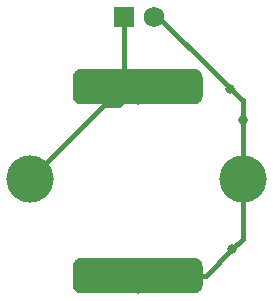
<source format=gtl>
G04 #@! TF.GenerationSoftware,KiCad,Pcbnew,(5.0.0-rc2-66-g0a91f0b)*
G04 #@! TF.CreationDate,2018-07-23T17:51:53-04:00*
G04 #@! TF.ProjectId,airmount,6169726D6F756E742E6B696361645F70,rev?*
G04 #@! TF.SameCoordinates,Original*
G04 #@! TF.FileFunction,Copper,L1,Top,Signal*
G04 #@! TF.FilePolarity,Positive*
%FSLAX46Y46*%
G04 Gerber Fmt 4.6, Leading zero omitted, Abs format (unit mm)*
G04 Created by KiCad (PCBNEW (5.0.0-rc2-66-g0a91f0b)) date Monday, July 23, 2018 at 05:51:53 PM*
%MOMM*%
%LPD*%
G01*
G04 APERTURE LIST*
G04 #@! TA.AperFunction,ComponentPad*
%ADD10R,1.750000X1.750000*%
G04 #@! TD*
G04 #@! TA.AperFunction,ComponentPad*
%ADD11C,1.750000*%
G04 #@! TD*
G04 #@! TA.AperFunction,ComponentPad*
%ADD12C,4.000000*%
G04 #@! TD*
G04 #@! TA.AperFunction,Conductor*
%ADD13C,0.100000*%
G04 #@! TD*
G04 #@! TA.AperFunction,ComponentPad*
%ADD14C,3.000000*%
G04 #@! TD*
G04 #@! TA.AperFunction,ViaPad*
%ADD15C,0.800000*%
G04 #@! TD*
G04 #@! TA.AperFunction,Conductor*
%ADD16C,0.400000*%
G04 #@! TD*
G04 APERTURE END LIST*
D10*
G04 #@! TO.P,J1,1*
G04 #@! TO.N,Net-(J1-Pad1)*
X133350000Y-74930000D03*
D11*
G04 #@! TO.P,J1,2*
G04 #@! TO.N,GND*
X135850000Y-74930000D03*
G04 #@! TD*
D12*
G04 #@! TO.P,M1,2*
G04 #@! TO.N,GND*
X143390000Y-88587500D03*
G04 #@! TO.P,M1,1*
G04 #@! TO.N,Net-(J1-Pad1)*
X125390000Y-88587500D03*
G04 #@! TD*
D13*
G04 #@! TO.N,GND*
G04 #@! TO.C,M2*
G36*
X139316513Y-95302011D02*
X139389318Y-95312811D01*
X139460714Y-95330695D01*
X139530013Y-95355490D01*
X139596548Y-95386959D01*
X139659678Y-95424798D01*
X139718795Y-95468642D01*
X139773330Y-95518070D01*
X139822758Y-95572605D01*
X139866602Y-95631722D01*
X139904441Y-95694852D01*
X139935910Y-95761387D01*
X139960705Y-95830686D01*
X139978589Y-95902082D01*
X139989389Y-95974887D01*
X139993000Y-96048400D01*
X139993000Y-97548400D01*
X139989389Y-97621913D01*
X139978589Y-97694718D01*
X139960705Y-97766114D01*
X139935910Y-97835413D01*
X139904441Y-97901948D01*
X139866602Y-97965078D01*
X139822758Y-98024195D01*
X139773330Y-98078730D01*
X139718795Y-98128158D01*
X139659678Y-98172002D01*
X139596548Y-98209841D01*
X139530013Y-98241310D01*
X139460714Y-98266105D01*
X139389318Y-98283989D01*
X139316513Y-98294789D01*
X139243000Y-98298400D01*
X129743000Y-98298400D01*
X129669487Y-98294789D01*
X129596682Y-98283989D01*
X129525286Y-98266105D01*
X129455987Y-98241310D01*
X129389452Y-98209841D01*
X129326322Y-98172002D01*
X129267205Y-98128158D01*
X129212670Y-98078730D01*
X129163242Y-98024195D01*
X129119398Y-97965078D01*
X129081559Y-97901948D01*
X129050090Y-97835413D01*
X129025295Y-97766114D01*
X129007411Y-97694718D01*
X128996611Y-97621913D01*
X128993000Y-97548400D01*
X128993000Y-96048400D01*
X128996611Y-95974887D01*
X129007411Y-95902082D01*
X129025295Y-95830686D01*
X129050090Y-95761387D01*
X129081559Y-95694852D01*
X129119398Y-95631722D01*
X129163242Y-95572605D01*
X129212670Y-95518070D01*
X129267205Y-95468642D01*
X129326322Y-95424798D01*
X129389452Y-95386959D01*
X129455987Y-95355490D01*
X129525286Y-95330695D01*
X129596682Y-95312811D01*
X129669487Y-95302011D01*
X129743000Y-95298400D01*
X139243000Y-95298400D01*
X139316513Y-95302011D01*
X139316513Y-95302011D01*
G37*
D14*
G04 #@! TD*
G04 #@! TO.P,M2,2*
G04 #@! TO.N,GND*
X134493000Y-96798400D03*
D13*
G04 #@! TO.N,Net-(J1-Pad1)*
G04 #@! TO.C,M2*
G36*
X139316513Y-79302011D02*
X139389318Y-79312811D01*
X139460714Y-79330695D01*
X139530013Y-79355490D01*
X139596548Y-79386959D01*
X139659678Y-79424798D01*
X139718795Y-79468642D01*
X139773330Y-79518070D01*
X139822758Y-79572605D01*
X139866602Y-79631722D01*
X139904441Y-79694852D01*
X139935910Y-79761387D01*
X139960705Y-79830686D01*
X139978589Y-79902082D01*
X139989389Y-79974887D01*
X139993000Y-80048400D01*
X139993000Y-81548400D01*
X139989389Y-81621913D01*
X139978589Y-81694718D01*
X139960705Y-81766114D01*
X139935910Y-81835413D01*
X139904441Y-81901948D01*
X139866602Y-81965078D01*
X139822758Y-82024195D01*
X139773330Y-82078730D01*
X139718795Y-82128158D01*
X139659678Y-82172002D01*
X139596548Y-82209841D01*
X139530013Y-82241310D01*
X139460714Y-82266105D01*
X139389318Y-82283989D01*
X139316513Y-82294789D01*
X139243000Y-82298400D01*
X129743000Y-82298400D01*
X129669487Y-82294789D01*
X129596682Y-82283989D01*
X129525286Y-82266105D01*
X129455987Y-82241310D01*
X129389452Y-82209841D01*
X129326322Y-82172002D01*
X129267205Y-82128158D01*
X129212670Y-82078730D01*
X129163242Y-82024195D01*
X129119398Y-81965078D01*
X129081559Y-81901948D01*
X129050090Y-81835413D01*
X129025295Y-81766114D01*
X129007411Y-81694718D01*
X128996611Y-81621913D01*
X128993000Y-81548400D01*
X128993000Y-80048400D01*
X128996611Y-79974887D01*
X129007411Y-79902082D01*
X129025295Y-79830686D01*
X129050090Y-79761387D01*
X129081559Y-79694852D01*
X129119398Y-79631722D01*
X129163242Y-79572605D01*
X129212670Y-79518070D01*
X129267205Y-79468642D01*
X129326322Y-79424798D01*
X129389452Y-79386959D01*
X129455987Y-79355490D01*
X129525286Y-79330695D01*
X129596682Y-79312811D01*
X129669487Y-79302011D01*
X129743000Y-79298400D01*
X139243000Y-79298400D01*
X139316513Y-79302011D01*
X139316513Y-79302011D01*
G37*
D14*
G04 #@! TD*
G04 #@! TO.P,M2,1*
G04 #@! TO.N,Net-(J1-Pad1)*
X134493000Y-80798400D03*
D15*
G04 #@! TO.N,GND*
X142519400Y-94538800D03*
X143390000Y-83616800D03*
X142316200Y-81000600D03*
G04 #@! TD*
D16*
G04 #@! TO.N,GND*
X135850000Y-74578200D02*
X141478000Y-80096833D01*
X143390000Y-81972800D02*
X143390000Y-83616800D01*
X143332200Y-81915000D02*
X143390000Y-81972800D01*
X143390000Y-88587500D02*
X143390000Y-93668200D01*
X140259800Y-96798400D02*
X134493000Y-96798400D01*
X143390000Y-93668200D02*
X142519400Y-94538800D01*
X142519400Y-94538800D02*
X140259800Y-96798400D01*
X143390000Y-83616800D02*
X143390000Y-88587500D01*
X141478000Y-80096833D02*
X143332200Y-81915000D01*
G04 #@! TO.N,Net-(J1-Pad1)*
X133350000Y-79655400D02*
X134493000Y-80798400D01*
X133350000Y-74930000D02*
X133350000Y-79655400D01*
X127389999Y-86587501D02*
X125390000Y-88587500D01*
X131608390Y-82369110D02*
X127389999Y-86587501D01*
X132922290Y-82369110D02*
X131608390Y-82369110D01*
X134493000Y-80798400D02*
X132922290Y-82369110D01*
G04 #@! TD*
M02*

</source>
